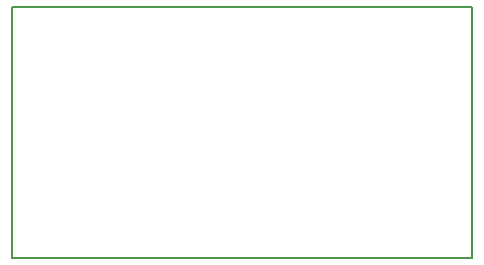
<source format=gm1>
G04 #@! TF.GenerationSoftware,KiCad,Pcbnew,no-vcs-found-c20cf4a~58~ubuntu16.04.1*
G04 #@! TF.CreationDate,2017-03-22T17:47:24+02:00*
G04 #@! TF.ProjectId,serial_gw_ATSAMD21E,73657269616C5F67775F415453414D44,rev?*
G04 #@! TF.FileFunction,Profile,NP*
%FSLAX46Y46*%
G04 Gerber Fmt 4.6, Leading zero omitted, Abs format (unit mm)*
G04 Created by KiCad (PCBNEW no-vcs-found-c20cf4a~58~ubuntu16.04.1) date Wed Mar 22 17:47:24 2017*
%MOMM*%
%LPD*%
G01*
G04 APERTURE LIST*
%ADD10C,0.100000*%
%ADD11C,0.150000*%
G04 APERTURE END LIST*
D10*
D11*
X104600000Y-77399764D02*
X104600000Y-98600000D01*
X143500000Y-98600000D02*
X104600000Y-98600000D01*
X143500000Y-77399764D02*
X143500000Y-98600000D01*
X104600000Y-77400000D02*
X143500000Y-77400000D01*
M02*

</source>
